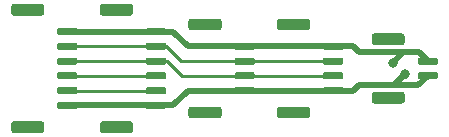
<source format=gtl>
G04 #@! TF.GenerationSoftware,KiCad,Pcbnew,(5.1.5)-3*
G04 #@! TF.CreationDate,2021-10-17T15:32:45-07:00*
G04 #@! TF.ProjectId,uav_gps_i2c_breakout,7561765f-6770-4735-9f69-32635f627265,rev?*
G04 #@! TF.SameCoordinates,Original*
G04 #@! TF.FileFunction,Copper,L1,Top*
G04 #@! TF.FilePolarity,Positive*
%FSLAX46Y46*%
G04 Gerber Fmt 4.6, Leading zero omitted, Abs format (unit mm)*
G04 Created by KiCad (PCBNEW (5.1.5)-3) date 2021-10-17 15:32:45*
%MOMM*%
%LPD*%
G04 APERTURE LIST*
%ADD10C,0.100000*%
%ADD11C,0.800000*%
%ADD12C,0.500000*%
%ADD13C,0.250000*%
G04 APERTURE END LIST*
G04 #@! TA.AperFunction,SMDPad,CuDef*
D10*
G36*
X186774504Y-69526204D02*
G01*
X186798773Y-69529804D01*
X186822571Y-69535765D01*
X186845671Y-69544030D01*
X186867849Y-69554520D01*
X186888893Y-69567133D01*
X186908598Y-69581747D01*
X186926777Y-69598223D01*
X186943253Y-69616402D01*
X186957867Y-69636107D01*
X186970480Y-69657151D01*
X186980970Y-69679329D01*
X186989235Y-69702429D01*
X186995196Y-69726227D01*
X186998796Y-69750496D01*
X187000000Y-69775000D01*
X187000000Y-70275000D01*
X186998796Y-70299504D01*
X186995196Y-70323773D01*
X186989235Y-70347571D01*
X186980970Y-70370671D01*
X186970480Y-70392849D01*
X186957867Y-70413893D01*
X186943253Y-70433598D01*
X186926777Y-70451777D01*
X186908598Y-70468253D01*
X186888893Y-70482867D01*
X186867849Y-70495480D01*
X186845671Y-70505970D01*
X186822571Y-70514235D01*
X186798773Y-70520196D01*
X186774504Y-70523796D01*
X186750000Y-70525000D01*
X184450000Y-70525000D01*
X184425496Y-70523796D01*
X184401227Y-70520196D01*
X184377429Y-70514235D01*
X184354329Y-70505970D01*
X184332151Y-70495480D01*
X184311107Y-70482867D01*
X184291402Y-70468253D01*
X184273223Y-70451777D01*
X184256747Y-70433598D01*
X184242133Y-70413893D01*
X184229520Y-70392849D01*
X184219030Y-70370671D01*
X184210765Y-70347571D01*
X184204804Y-70323773D01*
X184201204Y-70299504D01*
X184200000Y-70275000D01*
X184200000Y-69775000D01*
X184201204Y-69750496D01*
X184204804Y-69726227D01*
X184210765Y-69702429D01*
X184219030Y-69679329D01*
X184229520Y-69657151D01*
X184242133Y-69636107D01*
X184256747Y-69616402D01*
X184273223Y-69598223D01*
X184291402Y-69581747D01*
X184311107Y-69567133D01*
X184332151Y-69554520D01*
X184354329Y-69544030D01*
X184377429Y-69535765D01*
X184401227Y-69529804D01*
X184425496Y-69526204D01*
X184450000Y-69525000D01*
X186750000Y-69525000D01*
X186774504Y-69526204D01*
G37*
G04 #@! TD.AperFunction*
G04 #@! TA.AperFunction,SMDPad,CuDef*
G36*
X186774504Y-79476204D02*
G01*
X186798773Y-79479804D01*
X186822571Y-79485765D01*
X186845671Y-79494030D01*
X186867849Y-79504520D01*
X186888893Y-79517133D01*
X186908598Y-79531747D01*
X186926777Y-79548223D01*
X186943253Y-79566402D01*
X186957867Y-79586107D01*
X186970480Y-79607151D01*
X186980970Y-79629329D01*
X186989235Y-79652429D01*
X186995196Y-79676227D01*
X186998796Y-79700496D01*
X187000000Y-79725000D01*
X187000000Y-80225000D01*
X186998796Y-80249504D01*
X186995196Y-80273773D01*
X186989235Y-80297571D01*
X186980970Y-80320671D01*
X186970480Y-80342849D01*
X186957867Y-80363893D01*
X186943253Y-80383598D01*
X186926777Y-80401777D01*
X186908598Y-80418253D01*
X186888893Y-80432867D01*
X186867849Y-80445480D01*
X186845671Y-80455970D01*
X186822571Y-80464235D01*
X186798773Y-80470196D01*
X186774504Y-80473796D01*
X186750000Y-80475000D01*
X184450000Y-80475000D01*
X184425496Y-80473796D01*
X184401227Y-80470196D01*
X184377429Y-80464235D01*
X184354329Y-80455970D01*
X184332151Y-80445480D01*
X184311107Y-80432867D01*
X184291402Y-80418253D01*
X184273223Y-80401777D01*
X184256747Y-80383598D01*
X184242133Y-80363893D01*
X184229520Y-80342849D01*
X184219030Y-80320671D01*
X184210765Y-80297571D01*
X184204804Y-80273773D01*
X184201204Y-80249504D01*
X184200000Y-80225000D01*
X184200000Y-79725000D01*
X184201204Y-79700496D01*
X184204804Y-79676227D01*
X184210765Y-79652429D01*
X184219030Y-79629329D01*
X184229520Y-79607151D01*
X184242133Y-79586107D01*
X184256747Y-79566402D01*
X184273223Y-79548223D01*
X184291402Y-79531747D01*
X184311107Y-79517133D01*
X184332151Y-79504520D01*
X184354329Y-79494030D01*
X184377429Y-79485765D01*
X184401227Y-79479804D01*
X184425496Y-79476204D01*
X184450000Y-79475000D01*
X186750000Y-79475000D01*
X186774504Y-79476204D01*
G37*
G04 #@! TD.AperFunction*
G04 #@! TA.AperFunction,SMDPad,CuDef*
G36*
X189664703Y-71575722D02*
G01*
X189679264Y-71577882D01*
X189693543Y-71581459D01*
X189707403Y-71586418D01*
X189720710Y-71592712D01*
X189733336Y-71600280D01*
X189745159Y-71609048D01*
X189756066Y-71618934D01*
X189765952Y-71629841D01*
X189774720Y-71641664D01*
X189782288Y-71654290D01*
X189788582Y-71667597D01*
X189793541Y-71681457D01*
X189797118Y-71695736D01*
X189799278Y-71710297D01*
X189800000Y-71725000D01*
X189800000Y-72025000D01*
X189799278Y-72039703D01*
X189797118Y-72054264D01*
X189793541Y-72068543D01*
X189788582Y-72082403D01*
X189782288Y-72095710D01*
X189774720Y-72108336D01*
X189765952Y-72120159D01*
X189756066Y-72131066D01*
X189745159Y-72140952D01*
X189733336Y-72149720D01*
X189720710Y-72157288D01*
X189707403Y-72163582D01*
X189693543Y-72168541D01*
X189679264Y-72172118D01*
X189664703Y-72174278D01*
X189650000Y-72175000D01*
X188250000Y-72175000D01*
X188235297Y-72174278D01*
X188220736Y-72172118D01*
X188206457Y-72168541D01*
X188192597Y-72163582D01*
X188179290Y-72157288D01*
X188166664Y-72149720D01*
X188154841Y-72140952D01*
X188143934Y-72131066D01*
X188134048Y-72120159D01*
X188125280Y-72108336D01*
X188117712Y-72095710D01*
X188111418Y-72082403D01*
X188106459Y-72068543D01*
X188102882Y-72054264D01*
X188100722Y-72039703D01*
X188100000Y-72025000D01*
X188100000Y-71725000D01*
X188100722Y-71710297D01*
X188102882Y-71695736D01*
X188106459Y-71681457D01*
X188111418Y-71667597D01*
X188117712Y-71654290D01*
X188125280Y-71641664D01*
X188134048Y-71629841D01*
X188143934Y-71618934D01*
X188154841Y-71609048D01*
X188166664Y-71600280D01*
X188179290Y-71592712D01*
X188192597Y-71586418D01*
X188206457Y-71581459D01*
X188220736Y-71577882D01*
X188235297Y-71575722D01*
X188250000Y-71575000D01*
X189650000Y-71575000D01*
X189664703Y-71575722D01*
G37*
G04 #@! TD.AperFunction*
G04 #@! TA.AperFunction,SMDPad,CuDef*
G36*
X189664703Y-72825722D02*
G01*
X189679264Y-72827882D01*
X189693543Y-72831459D01*
X189707403Y-72836418D01*
X189720710Y-72842712D01*
X189733336Y-72850280D01*
X189745159Y-72859048D01*
X189756066Y-72868934D01*
X189765952Y-72879841D01*
X189774720Y-72891664D01*
X189782288Y-72904290D01*
X189788582Y-72917597D01*
X189793541Y-72931457D01*
X189797118Y-72945736D01*
X189799278Y-72960297D01*
X189800000Y-72975000D01*
X189800000Y-73275000D01*
X189799278Y-73289703D01*
X189797118Y-73304264D01*
X189793541Y-73318543D01*
X189788582Y-73332403D01*
X189782288Y-73345710D01*
X189774720Y-73358336D01*
X189765952Y-73370159D01*
X189756066Y-73381066D01*
X189745159Y-73390952D01*
X189733336Y-73399720D01*
X189720710Y-73407288D01*
X189707403Y-73413582D01*
X189693543Y-73418541D01*
X189679264Y-73422118D01*
X189664703Y-73424278D01*
X189650000Y-73425000D01*
X188250000Y-73425000D01*
X188235297Y-73424278D01*
X188220736Y-73422118D01*
X188206457Y-73418541D01*
X188192597Y-73413582D01*
X188179290Y-73407288D01*
X188166664Y-73399720D01*
X188154841Y-73390952D01*
X188143934Y-73381066D01*
X188134048Y-73370159D01*
X188125280Y-73358336D01*
X188117712Y-73345710D01*
X188111418Y-73332403D01*
X188106459Y-73318543D01*
X188102882Y-73304264D01*
X188100722Y-73289703D01*
X188100000Y-73275000D01*
X188100000Y-72975000D01*
X188100722Y-72960297D01*
X188102882Y-72945736D01*
X188106459Y-72931457D01*
X188111418Y-72917597D01*
X188117712Y-72904290D01*
X188125280Y-72891664D01*
X188134048Y-72879841D01*
X188143934Y-72868934D01*
X188154841Y-72859048D01*
X188166664Y-72850280D01*
X188179290Y-72842712D01*
X188192597Y-72836418D01*
X188206457Y-72831459D01*
X188220736Y-72827882D01*
X188235297Y-72825722D01*
X188250000Y-72825000D01*
X189650000Y-72825000D01*
X189664703Y-72825722D01*
G37*
G04 #@! TD.AperFunction*
G04 #@! TA.AperFunction,SMDPad,CuDef*
G36*
X189664703Y-74075722D02*
G01*
X189679264Y-74077882D01*
X189693543Y-74081459D01*
X189707403Y-74086418D01*
X189720710Y-74092712D01*
X189733336Y-74100280D01*
X189745159Y-74109048D01*
X189756066Y-74118934D01*
X189765952Y-74129841D01*
X189774720Y-74141664D01*
X189782288Y-74154290D01*
X189788582Y-74167597D01*
X189793541Y-74181457D01*
X189797118Y-74195736D01*
X189799278Y-74210297D01*
X189800000Y-74225000D01*
X189800000Y-74525000D01*
X189799278Y-74539703D01*
X189797118Y-74554264D01*
X189793541Y-74568543D01*
X189788582Y-74582403D01*
X189782288Y-74595710D01*
X189774720Y-74608336D01*
X189765952Y-74620159D01*
X189756066Y-74631066D01*
X189745159Y-74640952D01*
X189733336Y-74649720D01*
X189720710Y-74657288D01*
X189707403Y-74663582D01*
X189693543Y-74668541D01*
X189679264Y-74672118D01*
X189664703Y-74674278D01*
X189650000Y-74675000D01*
X188250000Y-74675000D01*
X188235297Y-74674278D01*
X188220736Y-74672118D01*
X188206457Y-74668541D01*
X188192597Y-74663582D01*
X188179290Y-74657288D01*
X188166664Y-74649720D01*
X188154841Y-74640952D01*
X188143934Y-74631066D01*
X188134048Y-74620159D01*
X188125280Y-74608336D01*
X188117712Y-74595710D01*
X188111418Y-74582403D01*
X188106459Y-74568543D01*
X188102882Y-74554264D01*
X188100722Y-74539703D01*
X188100000Y-74525000D01*
X188100000Y-74225000D01*
X188100722Y-74210297D01*
X188102882Y-74195736D01*
X188106459Y-74181457D01*
X188111418Y-74167597D01*
X188117712Y-74154290D01*
X188125280Y-74141664D01*
X188134048Y-74129841D01*
X188143934Y-74118934D01*
X188154841Y-74109048D01*
X188166664Y-74100280D01*
X188179290Y-74092712D01*
X188192597Y-74086418D01*
X188206457Y-74081459D01*
X188220736Y-74077882D01*
X188235297Y-74075722D01*
X188250000Y-74075000D01*
X189650000Y-74075000D01*
X189664703Y-74075722D01*
G37*
G04 #@! TD.AperFunction*
G04 #@! TA.AperFunction,SMDPad,CuDef*
G36*
X189664703Y-75325722D02*
G01*
X189679264Y-75327882D01*
X189693543Y-75331459D01*
X189707403Y-75336418D01*
X189720710Y-75342712D01*
X189733336Y-75350280D01*
X189745159Y-75359048D01*
X189756066Y-75368934D01*
X189765952Y-75379841D01*
X189774720Y-75391664D01*
X189782288Y-75404290D01*
X189788582Y-75417597D01*
X189793541Y-75431457D01*
X189797118Y-75445736D01*
X189799278Y-75460297D01*
X189800000Y-75475000D01*
X189800000Y-75775000D01*
X189799278Y-75789703D01*
X189797118Y-75804264D01*
X189793541Y-75818543D01*
X189788582Y-75832403D01*
X189782288Y-75845710D01*
X189774720Y-75858336D01*
X189765952Y-75870159D01*
X189756066Y-75881066D01*
X189745159Y-75890952D01*
X189733336Y-75899720D01*
X189720710Y-75907288D01*
X189707403Y-75913582D01*
X189693543Y-75918541D01*
X189679264Y-75922118D01*
X189664703Y-75924278D01*
X189650000Y-75925000D01*
X188250000Y-75925000D01*
X188235297Y-75924278D01*
X188220736Y-75922118D01*
X188206457Y-75918541D01*
X188192597Y-75913582D01*
X188179290Y-75907288D01*
X188166664Y-75899720D01*
X188154841Y-75890952D01*
X188143934Y-75881066D01*
X188134048Y-75870159D01*
X188125280Y-75858336D01*
X188117712Y-75845710D01*
X188111418Y-75832403D01*
X188106459Y-75818543D01*
X188102882Y-75804264D01*
X188100722Y-75789703D01*
X188100000Y-75775000D01*
X188100000Y-75475000D01*
X188100722Y-75460297D01*
X188102882Y-75445736D01*
X188106459Y-75431457D01*
X188111418Y-75417597D01*
X188117712Y-75404290D01*
X188125280Y-75391664D01*
X188134048Y-75379841D01*
X188143934Y-75368934D01*
X188154841Y-75359048D01*
X188166664Y-75350280D01*
X188179290Y-75342712D01*
X188192597Y-75336418D01*
X188206457Y-75331459D01*
X188220736Y-75327882D01*
X188235297Y-75325722D01*
X188250000Y-75325000D01*
X189650000Y-75325000D01*
X189664703Y-75325722D01*
G37*
G04 #@! TD.AperFunction*
G04 #@! TA.AperFunction,SMDPad,CuDef*
G36*
X189664703Y-76575722D02*
G01*
X189679264Y-76577882D01*
X189693543Y-76581459D01*
X189707403Y-76586418D01*
X189720710Y-76592712D01*
X189733336Y-76600280D01*
X189745159Y-76609048D01*
X189756066Y-76618934D01*
X189765952Y-76629841D01*
X189774720Y-76641664D01*
X189782288Y-76654290D01*
X189788582Y-76667597D01*
X189793541Y-76681457D01*
X189797118Y-76695736D01*
X189799278Y-76710297D01*
X189800000Y-76725000D01*
X189800000Y-77025000D01*
X189799278Y-77039703D01*
X189797118Y-77054264D01*
X189793541Y-77068543D01*
X189788582Y-77082403D01*
X189782288Y-77095710D01*
X189774720Y-77108336D01*
X189765952Y-77120159D01*
X189756066Y-77131066D01*
X189745159Y-77140952D01*
X189733336Y-77149720D01*
X189720710Y-77157288D01*
X189707403Y-77163582D01*
X189693543Y-77168541D01*
X189679264Y-77172118D01*
X189664703Y-77174278D01*
X189650000Y-77175000D01*
X188250000Y-77175000D01*
X188235297Y-77174278D01*
X188220736Y-77172118D01*
X188206457Y-77168541D01*
X188192597Y-77163582D01*
X188179290Y-77157288D01*
X188166664Y-77149720D01*
X188154841Y-77140952D01*
X188143934Y-77131066D01*
X188134048Y-77120159D01*
X188125280Y-77108336D01*
X188117712Y-77095710D01*
X188111418Y-77082403D01*
X188106459Y-77068543D01*
X188102882Y-77054264D01*
X188100722Y-77039703D01*
X188100000Y-77025000D01*
X188100000Y-76725000D01*
X188100722Y-76710297D01*
X188102882Y-76695736D01*
X188106459Y-76681457D01*
X188111418Y-76667597D01*
X188117712Y-76654290D01*
X188125280Y-76641664D01*
X188134048Y-76629841D01*
X188143934Y-76618934D01*
X188154841Y-76609048D01*
X188166664Y-76600280D01*
X188179290Y-76592712D01*
X188192597Y-76586418D01*
X188206457Y-76581459D01*
X188220736Y-76577882D01*
X188235297Y-76575722D01*
X188250000Y-76575000D01*
X189650000Y-76575000D01*
X189664703Y-76575722D01*
G37*
G04 #@! TD.AperFunction*
G04 #@! TA.AperFunction,SMDPad,CuDef*
G36*
X189664703Y-77825722D02*
G01*
X189679264Y-77827882D01*
X189693543Y-77831459D01*
X189707403Y-77836418D01*
X189720710Y-77842712D01*
X189733336Y-77850280D01*
X189745159Y-77859048D01*
X189756066Y-77868934D01*
X189765952Y-77879841D01*
X189774720Y-77891664D01*
X189782288Y-77904290D01*
X189788582Y-77917597D01*
X189793541Y-77931457D01*
X189797118Y-77945736D01*
X189799278Y-77960297D01*
X189800000Y-77975000D01*
X189800000Y-78275000D01*
X189799278Y-78289703D01*
X189797118Y-78304264D01*
X189793541Y-78318543D01*
X189788582Y-78332403D01*
X189782288Y-78345710D01*
X189774720Y-78358336D01*
X189765952Y-78370159D01*
X189756066Y-78381066D01*
X189745159Y-78390952D01*
X189733336Y-78399720D01*
X189720710Y-78407288D01*
X189707403Y-78413582D01*
X189693543Y-78418541D01*
X189679264Y-78422118D01*
X189664703Y-78424278D01*
X189650000Y-78425000D01*
X188250000Y-78425000D01*
X188235297Y-78424278D01*
X188220736Y-78422118D01*
X188206457Y-78418541D01*
X188192597Y-78413582D01*
X188179290Y-78407288D01*
X188166664Y-78399720D01*
X188154841Y-78390952D01*
X188143934Y-78381066D01*
X188134048Y-78370159D01*
X188125280Y-78358336D01*
X188117712Y-78345710D01*
X188111418Y-78332403D01*
X188106459Y-78318543D01*
X188102882Y-78304264D01*
X188100722Y-78289703D01*
X188100000Y-78275000D01*
X188100000Y-77975000D01*
X188100722Y-77960297D01*
X188102882Y-77945736D01*
X188106459Y-77931457D01*
X188111418Y-77917597D01*
X188117712Y-77904290D01*
X188125280Y-77891664D01*
X188134048Y-77879841D01*
X188143934Y-77868934D01*
X188154841Y-77859048D01*
X188166664Y-77850280D01*
X188179290Y-77842712D01*
X188192597Y-77836418D01*
X188206457Y-77831459D01*
X188220736Y-77827882D01*
X188235297Y-77825722D01*
X188250000Y-77825000D01*
X189650000Y-77825000D01*
X189664703Y-77825722D01*
G37*
G04 #@! TD.AperFunction*
G04 #@! TA.AperFunction,SMDPad,CuDef*
G36*
X179274504Y-69526204D02*
G01*
X179298773Y-69529804D01*
X179322571Y-69535765D01*
X179345671Y-69544030D01*
X179367849Y-69554520D01*
X179388893Y-69567133D01*
X179408598Y-69581747D01*
X179426777Y-69598223D01*
X179443253Y-69616402D01*
X179457867Y-69636107D01*
X179470480Y-69657151D01*
X179480970Y-69679329D01*
X179489235Y-69702429D01*
X179495196Y-69726227D01*
X179498796Y-69750496D01*
X179500000Y-69775000D01*
X179500000Y-70275000D01*
X179498796Y-70299504D01*
X179495196Y-70323773D01*
X179489235Y-70347571D01*
X179480970Y-70370671D01*
X179470480Y-70392849D01*
X179457867Y-70413893D01*
X179443253Y-70433598D01*
X179426777Y-70451777D01*
X179408598Y-70468253D01*
X179388893Y-70482867D01*
X179367849Y-70495480D01*
X179345671Y-70505970D01*
X179322571Y-70514235D01*
X179298773Y-70520196D01*
X179274504Y-70523796D01*
X179250000Y-70525000D01*
X176950000Y-70525000D01*
X176925496Y-70523796D01*
X176901227Y-70520196D01*
X176877429Y-70514235D01*
X176854329Y-70505970D01*
X176832151Y-70495480D01*
X176811107Y-70482867D01*
X176791402Y-70468253D01*
X176773223Y-70451777D01*
X176756747Y-70433598D01*
X176742133Y-70413893D01*
X176729520Y-70392849D01*
X176719030Y-70370671D01*
X176710765Y-70347571D01*
X176704804Y-70323773D01*
X176701204Y-70299504D01*
X176700000Y-70275000D01*
X176700000Y-69775000D01*
X176701204Y-69750496D01*
X176704804Y-69726227D01*
X176710765Y-69702429D01*
X176719030Y-69679329D01*
X176729520Y-69657151D01*
X176742133Y-69636107D01*
X176756747Y-69616402D01*
X176773223Y-69598223D01*
X176791402Y-69581747D01*
X176811107Y-69567133D01*
X176832151Y-69554520D01*
X176854329Y-69544030D01*
X176877429Y-69535765D01*
X176901227Y-69529804D01*
X176925496Y-69526204D01*
X176950000Y-69525000D01*
X179250000Y-69525000D01*
X179274504Y-69526204D01*
G37*
G04 #@! TD.AperFunction*
G04 #@! TA.AperFunction,SMDPad,CuDef*
G36*
X179274504Y-79476204D02*
G01*
X179298773Y-79479804D01*
X179322571Y-79485765D01*
X179345671Y-79494030D01*
X179367849Y-79504520D01*
X179388893Y-79517133D01*
X179408598Y-79531747D01*
X179426777Y-79548223D01*
X179443253Y-79566402D01*
X179457867Y-79586107D01*
X179470480Y-79607151D01*
X179480970Y-79629329D01*
X179489235Y-79652429D01*
X179495196Y-79676227D01*
X179498796Y-79700496D01*
X179500000Y-79725000D01*
X179500000Y-80225000D01*
X179498796Y-80249504D01*
X179495196Y-80273773D01*
X179489235Y-80297571D01*
X179480970Y-80320671D01*
X179470480Y-80342849D01*
X179457867Y-80363893D01*
X179443253Y-80383598D01*
X179426777Y-80401777D01*
X179408598Y-80418253D01*
X179388893Y-80432867D01*
X179367849Y-80445480D01*
X179345671Y-80455970D01*
X179322571Y-80464235D01*
X179298773Y-80470196D01*
X179274504Y-80473796D01*
X179250000Y-80475000D01*
X176950000Y-80475000D01*
X176925496Y-80473796D01*
X176901227Y-80470196D01*
X176877429Y-80464235D01*
X176854329Y-80455970D01*
X176832151Y-80445480D01*
X176811107Y-80432867D01*
X176791402Y-80418253D01*
X176773223Y-80401777D01*
X176756747Y-80383598D01*
X176742133Y-80363893D01*
X176729520Y-80342849D01*
X176719030Y-80320671D01*
X176710765Y-80297571D01*
X176704804Y-80273773D01*
X176701204Y-80249504D01*
X176700000Y-80225000D01*
X176700000Y-79725000D01*
X176701204Y-79700496D01*
X176704804Y-79676227D01*
X176710765Y-79652429D01*
X176719030Y-79629329D01*
X176729520Y-79607151D01*
X176742133Y-79586107D01*
X176756747Y-79566402D01*
X176773223Y-79548223D01*
X176791402Y-79531747D01*
X176811107Y-79517133D01*
X176832151Y-79504520D01*
X176854329Y-79494030D01*
X176877429Y-79485765D01*
X176901227Y-79479804D01*
X176925496Y-79476204D01*
X176950000Y-79475000D01*
X179250000Y-79475000D01*
X179274504Y-79476204D01*
G37*
G04 #@! TD.AperFunction*
G04 #@! TA.AperFunction,SMDPad,CuDef*
G36*
X182164703Y-71575722D02*
G01*
X182179264Y-71577882D01*
X182193543Y-71581459D01*
X182207403Y-71586418D01*
X182220710Y-71592712D01*
X182233336Y-71600280D01*
X182245159Y-71609048D01*
X182256066Y-71618934D01*
X182265952Y-71629841D01*
X182274720Y-71641664D01*
X182282288Y-71654290D01*
X182288582Y-71667597D01*
X182293541Y-71681457D01*
X182297118Y-71695736D01*
X182299278Y-71710297D01*
X182300000Y-71725000D01*
X182300000Y-72025000D01*
X182299278Y-72039703D01*
X182297118Y-72054264D01*
X182293541Y-72068543D01*
X182288582Y-72082403D01*
X182282288Y-72095710D01*
X182274720Y-72108336D01*
X182265952Y-72120159D01*
X182256066Y-72131066D01*
X182245159Y-72140952D01*
X182233336Y-72149720D01*
X182220710Y-72157288D01*
X182207403Y-72163582D01*
X182193543Y-72168541D01*
X182179264Y-72172118D01*
X182164703Y-72174278D01*
X182150000Y-72175000D01*
X180750000Y-72175000D01*
X180735297Y-72174278D01*
X180720736Y-72172118D01*
X180706457Y-72168541D01*
X180692597Y-72163582D01*
X180679290Y-72157288D01*
X180666664Y-72149720D01*
X180654841Y-72140952D01*
X180643934Y-72131066D01*
X180634048Y-72120159D01*
X180625280Y-72108336D01*
X180617712Y-72095710D01*
X180611418Y-72082403D01*
X180606459Y-72068543D01*
X180602882Y-72054264D01*
X180600722Y-72039703D01*
X180600000Y-72025000D01*
X180600000Y-71725000D01*
X180600722Y-71710297D01*
X180602882Y-71695736D01*
X180606459Y-71681457D01*
X180611418Y-71667597D01*
X180617712Y-71654290D01*
X180625280Y-71641664D01*
X180634048Y-71629841D01*
X180643934Y-71618934D01*
X180654841Y-71609048D01*
X180666664Y-71600280D01*
X180679290Y-71592712D01*
X180692597Y-71586418D01*
X180706457Y-71581459D01*
X180720736Y-71577882D01*
X180735297Y-71575722D01*
X180750000Y-71575000D01*
X182150000Y-71575000D01*
X182164703Y-71575722D01*
G37*
G04 #@! TD.AperFunction*
G04 #@! TA.AperFunction,SMDPad,CuDef*
G36*
X182164703Y-72825722D02*
G01*
X182179264Y-72827882D01*
X182193543Y-72831459D01*
X182207403Y-72836418D01*
X182220710Y-72842712D01*
X182233336Y-72850280D01*
X182245159Y-72859048D01*
X182256066Y-72868934D01*
X182265952Y-72879841D01*
X182274720Y-72891664D01*
X182282288Y-72904290D01*
X182288582Y-72917597D01*
X182293541Y-72931457D01*
X182297118Y-72945736D01*
X182299278Y-72960297D01*
X182300000Y-72975000D01*
X182300000Y-73275000D01*
X182299278Y-73289703D01*
X182297118Y-73304264D01*
X182293541Y-73318543D01*
X182288582Y-73332403D01*
X182282288Y-73345710D01*
X182274720Y-73358336D01*
X182265952Y-73370159D01*
X182256066Y-73381066D01*
X182245159Y-73390952D01*
X182233336Y-73399720D01*
X182220710Y-73407288D01*
X182207403Y-73413582D01*
X182193543Y-73418541D01*
X182179264Y-73422118D01*
X182164703Y-73424278D01*
X182150000Y-73425000D01*
X180750000Y-73425000D01*
X180735297Y-73424278D01*
X180720736Y-73422118D01*
X180706457Y-73418541D01*
X180692597Y-73413582D01*
X180679290Y-73407288D01*
X180666664Y-73399720D01*
X180654841Y-73390952D01*
X180643934Y-73381066D01*
X180634048Y-73370159D01*
X180625280Y-73358336D01*
X180617712Y-73345710D01*
X180611418Y-73332403D01*
X180606459Y-73318543D01*
X180602882Y-73304264D01*
X180600722Y-73289703D01*
X180600000Y-73275000D01*
X180600000Y-72975000D01*
X180600722Y-72960297D01*
X180602882Y-72945736D01*
X180606459Y-72931457D01*
X180611418Y-72917597D01*
X180617712Y-72904290D01*
X180625280Y-72891664D01*
X180634048Y-72879841D01*
X180643934Y-72868934D01*
X180654841Y-72859048D01*
X180666664Y-72850280D01*
X180679290Y-72842712D01*
X180692597Y-72836418D01*
X180706457Y-72831459D01*
X180720736Y-72827882D01*
X180735297Y-72825722D01*
X180750000Y-72825000D01*
X182150000Y-72825000D01*
X182164703Y-72825722D01*
G37*
G04 #@! TD.AperFunction*
G04 #@! TA.AperFunction,SMDPad,CuDef*
G36*
X182164703Y-74075722D02*
G01*
X182179264Y-74077882D01*
X182193543Y-74081459D01*
X182207403Y-74086418D01*
X182220710Y-74092712D01*
X182233336Y-74100280D01*
X182245159Y-74109048D01*
X182256066Y-74118934D01*
X182265952Y-74129841D01*
X182274720Y-74141664D01*
X182282288Y-74154290D01*
X182288582Y-74167597D01*
X182293541Y-74181457D01*
X182297118Y-74195736D01*
X182299278Y-74210297D01*
X182300000Y-74225000D01*
X182300000Y-74525000D01*
X182299278Y-74539703D01*
X182297118Y-74554264D01*
X182293541Y-74568543D01*
X182288582Y-74582403D01*
X182282288Y-74595710D01*
X182274720Y-74608336D01*
X182265952Y-74620159D01*
X182256066Y-74631066D01*
X182245159Y-74640952D01*
X182233336Y-74649720D01*
X182220710Y-74657288D01*
X182207403Y-74663582D01*
X182193543Y-74668541D01*
X182179264Y-74672118D01*
X182164703Y-74674278D01*
X182150000Y-74675000D01*
X180750000Y-74675000D01*
X180735297Y-74674278D01*
X180720736Y-74672118D01*
X180706457Y-74668541D01*
X180692597Y-74663582D01*
X180679290Y-74657288D01*
X180666664Y-74649720D01*
X180654841Y-74640952D01*
X180643934Y-74631066D01*
X180634048Y-74620159D01*
X180625280Y-74608336D01*
X180617712Y-74595710D01*
X180611418Y-74582403D01*
X180606459Y-74568543D01*
X180602882Y-74554264D01*
X180600722Y-74539703D01*
X180600000Y-74525000D01*
X180600000Y-74225000D01*
X180600722Y-74210297D01*
X180602882Y-74195736D01*
X180606459Y-74181457D01*
X180611418Y-74167597D01*
X180617712Y-74154290D01*
X180625280Y-74141664D01*
X180634048Y-74129841D01*
X180643934Y-74118934D01*
X180654841Y-74109048D01*
X180666664Y-74100280D01*
X180679290Y-74092712D01*
X180692597Y-74086418D01*
X180706457Y-74081459D01*
X180720736Y-74077882D01*
X180735297Y-74075722D01*
X180750000Y-74075000D01*
X182150000Y-74075000D01*
X182164703Y-74075722D01*
G37*
G04 #@! TD.AperFunction*
G04 #@! TA.AperFunction,SMDPad,CuDef*
G36*
X182164703Y-75325722D02*
G01*
X182179264Y-75327882D01*
X182193543Y-75331459D01*
X182207403Y-75336418D01*
X182220710Y-75342712D01*
X182233336Y-75350280D01*
X182245159Y-75359048D01*
X182256066Y-75368934D01*
X182265952Y-75379841D01*
X182274720Y-75391664D01*
X182282288Y-75404290D01*
X182288582Y-75417597D01*
X182293541Y-75431457D01*
X182297118Y-75445736D01*
X182299278Y-75460297D01*
X182300000Y-75475000D01*
X182300000Y-75775000D01*
X182299278Y-75789703D01*
X182297118Y-75804264D01*
X182293541Y-75818543D01*
X182288582Y-75832403D01*
X182282288Y-75845710D01*
X182274720Y-75858336D01*
X182265952Y-75870159D01*
X182256066Y-75881066D01*
X182245159Y-75890952D01*
X182233336Y-75899720D01*
X182220710Y-75907288D01*
X182207403Y-75913582D01*
X182193543Y-75918541D01*
X182179264Y-75922118D01*
X182164703Y-75924278D01*
X182150000Y-75925000D01*
X180750000Y-75925000D01*
X180735297Y-75924278D01*
X180720736Y-75922118D01*
X180706457Y-75918541D01*
X180692597Y-75913582D01*
X180679290Y-75907288D01*
X180666664Y-75899720D01*
X180654841Y-75890952D01*
X180643934Y-75881066D01*
X180634048Y-75870159D01*
X180625280Y-75858336D01*
X180617712Y-75845710D01*
X180611418Y-75832403D01*
X180606459Y-75818543D01*
X180602882Y-75804264D01*
X180600722Y-75789703D01*
X180600000Y-75775000D01*
X180600000Y-75475000D01*
X180600722Y-75460297D01*
X180602882Y-75445736D01*
X180606459Y-75431457D01*
X180611418Y-75417597D01*
X180617712Y-75404290D01*
X180625280Y-75391664D01*
X180634048Y-75379841D01*
X180643934Y-75368934D01*
X180654841Y-75359048D01*
X180666664Y-75350280D01*
X180679290Y-75342712D01*
X180692597Y-75336418D01*
X180706457Y-75331459D01*
X180720736Y-75327882D01*
X180735297Y-75325722D01*
X180750000Y-75325000D01*
X182150000Y-75325000D01*
X182164703Y-75325722D01*
G37*
G04 #@! TD.AperFunction*
G04 #@! TA.AperFunction,SMDPad,CuDef*
G36*
X182164703Y-76575722D02*
G01*
X182179264Y-76577882D01*
X182193543Y-76581459D01*
X182207403Y-76586418D01*
X182220710Y-76592712D01*
X182233336Y-76600280D01*
X182245159Y-76609048D01*
X182256066Y-76618934D01*
X182265952Y-76629841D01*
X182274720Y-76641664D01*
X182282288Y-76654290D01*
X182288582Y-76667597D01*
X182293541Y-76681457D01*
X182297118Y-76695736D01*
X182299278Y-76710297D01*
X182300000Y-76725000D01*
X182300000Y-77025000D01*
X182299278Y-77039703D01*
X182297118Y-77054264D01*
X182293541Y-77068543D01*
X182288582Y-77082403D01*
X182282288Y-77095710D01*
X182274720Y-77108336D01*
X182265952Y-77120159D01*
X182256066Y-77131066D01*
X182245159Y-77140952D01*
X182233336Y-77149720D01*
X182220710Y-77157288D01*
X182207403Y-77163582D01*
X182193543Y-77168541D01*
X182179264Y-77172118D01*
X182164703Y-77174278D01*
X182150000Y-77175000D01*
X180750000Y-77175000D01*
X180735297Y-77174278D01*
X180720736Y-77172118D01*
X180706457Y-77168541D01*
X180692597Y-77163582D01*
X180679290Y-77157288D01*
X180666664Y-77149720D01*
X180654841Y-77140952D01*
X180643934Y-77131066D01*
X180634048Y-77120159D01*
X180625280Y-77108336D01*
X180617712Y-77095710D01*
X180611418Y-77082403D01*
X180606459Y-77068543D01*
X180602882Y-77054264D01*
X180600722Y-77039703D01*
X180600000Y-77025000D01*
X180600000Y-76725000D01*
X180600722Y-76710297D01*
X180602882Y-76695736D01*
X180606459Y-76681457D01*
X180611418Y-76667597D01*
X180617712Y-76654290D01*
X180625280Y-76641664D01*
X180634048Y-76629841D01*
X180643934Y-76618934D01*
X180654841Y-76609048D01*
X180666664Y-76600280D01*
X180679290Y-76592712D01*
X180692597Y-76586418D01*
X180706457Y-76581459D01*
X180720736Y-76577882D01*
X180735297Y-76575722D01*
X180750000Y-76575000D01*
X182150000Y-76575000D01*
X182164703Y-76575722D01*
G37*
G04 #@! TD.AperFunction*
G04 #@! TA.AperFunction,SMDPad,CuDef*
G36*
X182164703Y-77825722D02*
G01*
X182179264Y-77827882D01*
X182193543Y-77831459D01*
X182207403Y-77836418D01*
X182220710Y-77842712D01*
X182233336Y-77850280D01*
X182245159Y-77859048D01*
X182256066Y-77868934D01*
X182265952Y-77879841D01*
X182274720Y-77891664D01*
X182282288Y-77904290D01*
X182288582Y-77917597D01*
X182293541Y-77931457D01*
X182297118Y-77945736D01*
X182299278Y-77960297D01*
X182300000Y-77975000D01*
X182300000Y-78275000D01*
X182299278Y-78289703D01*
X182297118Y-78304264D01*
X182293541Y-78318543D01*
X182288582Y-78332403D01*
X182282288Y-78345710D01*
X182274720Y-78358336D01*
X182265952Y-78370159D01*
X182256066Y-78381066D01*
X182245159Y-78390952D01*
X182233336Y-78399720D01*
X182220710Y-78407288D01*
X182207403Y-78413582D01*
X182193543Y-78418541D01*
X182179264Y-78422118D01*
X182164703Y-78424278D01*
X182150000Y-78425000D01*
X180750000Y-78425000D01*
X180735297Y-78424278D01*
X180720736Y-78422118D01*
X180706457Y-78418541D01*
X180692597Y-78413582D01*
X180679290Y-78407288D01*
X180666664Y-78399720D01*
X180654841Y-78390952D01*
X180643934Y-78381066D01*
X180634048Y-78370159D01*
X180625280Y-78358336D01*
X180617712Y-78345710D01*
X180611418Y-78332403D01*
X180606459Y-78318543D01*
X180602882Y-78304264D01*
X180600722Y-78289703D01*
X180600000Y-78275000D01*
X180600000Y-77975000D01*
X180600722Y-77960297D01*
X180602882Y-77945736D01*
X180606459Y-77931457D01*
X180611418Y-77917597D01*
X180617712Y-77904290D01*
X180625280Y-77891664D01*
X180634048Y-77879841D01*
X180643934Y-77868934D01*
X180654841Y-77859048D01*
X180666664Y-77850280D01*
X180679290Y-77842712D01*
X180692597Y-77836418D01*
X180706457Y-77831459D01*
X180720736Y-77827882D01*
X180735297Y-77825722D01*
X180750000Y-77825000D01*
X182150000Y-77825000D01*
X182164703Y-77825722D01*
G37*
G04 #@! TD.AperFunction*
G04 #@! TA.AperFunction,SMDPad,CuDef*
G36*
X201774504Y-70776204D02*
G01*
X201798773Y-70779804D01*
X201822571Y-70785765D01*
X201845671Y-70794030D01*
X201867849Y-70804520D01*
X201888893Y-70817133D01*
X201908598Y-70831747D01*
X201926777Y-70848223D01*
X201943253Y-70866402D01*
X201957867Y-70886107D01*
X201970480Y-70907151D01*
X201980970Y-70929329D01*
X201989235Y-70952429D01*
X201995196Y-70976227D01*
X201998796Y-71000496D01*
X202000000Y-71025000D01*
X202000000Y-71525000D01*
X201998796Y-71549504D01*
X201995196Y-71573773D01*
X201989235Y-71597571D01*
X201980970Y-71620671D01*
X201970480Y-71642849D01*
X201957867Y-71663893D01*
X201943253Y-71683598D01*
X201926777Y-71701777D01*
X201908598Y-71718253D01*
X201888893Y-71732867D01*
X201867849Y-71745480D01*
X201845671Y-71755970D01*
X201822571Y-71764235D01*
X201798773Y-71770196D01*
X201774504Y-71773796D01*
X201750000Y-71775000D01*
X199450000Y-71775000D01*
X199425496Y-71773796D01*
X199401227Y-71770196D01*
X199377429Y-71764235D01*
X199354329Y-71755970D01*
X199332151Y-71745480D01*
X199311107Y-71732867D01*
X199291402Y-71718253D01*
X199273223Y-71701777D01*
X199256747Y-71683598D01*
X199242133Y-71663893D01*
X199229520Y-71642849D01*
X199219030Y-71620671D01*
X199210765Y-71597571D01*
X199204804Y-71573773D01*
X199201204Y-71549504D01*
X199200000Y-71525000D01*
X199200000Y-71025000D01*
X199201204Y-71000496D01*
X199204804Y-70976227D01*
X199210765Y-70952429D01*
X199219030Y-70929329D01*
X199229520Y-70907151D01*
X199242133Y-70886107D01*
X199256747Y-70866402D01*
X199273223Y-70848223D01*
X199291402Y-70831747D01*
X199311107Y-70817133D01*
X199332151Y-70804520D01*
X199354329Y-70794030D01*
X199377429Y-70785765D01*
X199401227Y-70779804D01*
X199425496Y-70776204D01*
X199450000Y-70775000D01*
X201750000Y-70775000D01*
X201774504Y-70776204D01*
G37*
G04 #@! TD.AperFunction*
G04 #@! TA.AperFunction,SMDPad,CuDef*
G36*
X201774504Y-78226204D02*
G01*
X201798773Y-78229804D01*
X201822571Y-78235765D01*
X201845671Y-78244030D01*
X201867849Y-78254520D01*
X201888893Y-78267133D01*
X201908598Y-78281747D01*
X201926777Y-78298223D01*
X201943253Y-78316402D01*
X201957867Y-78336107D01*
X201970480Y-78357151D01*
X201980970Y-78379329D01*
X201989235Y-78402429D01*
X201995196Y-78426227D01*
X201998796Y-78450496D01*
X202000000Y-78475000D01*
X202000000Y-78975000D01*
X201998796Y-78999504D01*
X201995196Y-79023773D01*
X201989235Y-79047571D01*
X201980970Y-79070671D01*
X201970480Y-79092849D01*
X201957867Y-79113893D01*
X201943253Y-79133598D01*
X201926777Y-79151777D01*
X201908598Y-79168253D01*
X201888893Y-79182867D01*
X201867849Y-79195480D01*
X201845671Y-79205970D01*
X201822571Y-79214235D01*
X201798773Y-79220196D01*
X201774504Y-79223796D01*
X201750000Y-79225000D01*
X199450000Y-79225000D01*
X199425496Y-79223796D01*
X199401227Y-79220196D01*
X199377429Y-79214235D01*
X199354329Y-79205970D01*
X199332151Y-79195480D01*
X199311107Y-79182867D01*
X199291402Y-79168253D01*
X199273223Y-79151777D01*
X199256747Y-79133598D01*
X199242133Y-79113893D01*
X199229520Y-79092849D01*
X199219030Y-79070671D01*
X199210765Y-79047571D01*
X199204804Y-79023773D01*
X199201204Y-78999504D01*
X199200000Y-78975000D01*
X199200000Y-78475000D01*
X199201204Y-78450496D01*
X199204804Y-78426227D01*
X199210765Y-78402429D01*
X199219030Y-78379329D01*
X199229520Y-78357151D01*
X199242133Y-78336107D01*
X199256747Y-78316402D01*
X199273223Y-78298223D01*
X199291402Y-78281747D01*
X199311107Y-78267133D01*
X199332151Y-78254520D01*
X199354329Y-78244030D01*
X199377429Y-78235765D01*
X199401227Y-78229804D01*
X199425496Y-78226204D01*
X199450000Y-78225000D01*
X201750000Y-78225000D01*
X201774504Y-78226204D01*
G37*
G04 #@! TD.AperFunction*
G04 #@! TA.AperFunction,SMDPad,CuDef*
G36*
X204664703Y-72825722D02*
G01*
X204679264Y-72827882D01*
X204693543Y-72831459D01*
X204707403Y-72836418D01*
X204720710Y-72842712D01*
X204733336Y-72850280D01*
X204745159Y-72859048D01*
X204756066Y-72868934D01*
X204765952Y-72879841D01*
X204774720Y-72891664D01*
X204782288Y-72904290D01*
X204788582Y-72917597D01*
X204793541Y-72931457D01*
X204797118Y-72945736D01*
X204799278Y-72960297D01*
X204800000Y-72975000D01*
X204800000Y-73275000D01*
X204799278Y-73289703D01*
X204797118Y-73304264D01*
X204793541Y-73318543D01*
X204788582Y-73332403D01*
X204782288Y-73345710D01*
X204774720Y-73358336D01*
X204765952Y-73370159D01*
X204756066Y-73381066D01*
X204745159Y-73390952D01*
X204733336Y-73399720D01*
X204720710Y-73407288D01*
X204707403Y-73413582D01*
X204693543Y-73418541D01*
X204679264Y-73422118D01*
X204664703Y-73424278D01*
X204650000Y-73425000D01*
X203250000Y-73425000D01*
X203235297Y-73424278D01*
X203220736Y-73422118D01*
X203206457Y-73418541D01*
X203192597Y-73413582D01*
X203179290Y-73407288D01*
X203166664Y-73399720D01*
X203154841Y-73390952D01*
X203143934Y-73381066D01*
X203134048Y-73370159D01*
X203125280Y-73358336D01*
X203117712Y-73345710D01*
X203111418Y-73332403D01*
X203106459Y-73318543D01*
X203102882Y-73304264D01*
X203100722Y-73289703D01*
X203100000Y-73275000D01*
X203100000Y-72975000D01*
X203100722Y-72960297D01*
X203102882Y-72945736D01*
X203106459Y-72931457D01*
X203111418Y-72917597D01*
X203117712Y-72904290D01*
X203125280Y-72891664D01*
X203134048Y-72879841D01*
X203143934Y-72868934D01*
X203154841Y-72859048D01*
X203166664Y-72850280D01*
X203179290Y-72842712D01*
X203192597Y-72836418D01*
X203206457Y-72831459D01*
X203220736Y-72827882D01*
X203235297Y-72825722D01*
X203250000Y-72825000D01*
X204650000Y-72825000D01*
X204664703Y-72825722D01*
G37*
G04 #@! TD.AperFunction*
G04 #@! TA.AperFunction,SMDPad,CuDef*
G36*
X204664703Y-74075722D02*
G01*
X204679264Y-74077882D01*
X204693543Y-74081459D01*
X204707403Y-74086418D01*
X204720710Y-74092712D01*
X204733336Y-74100280D01*
X204745159Y-74109048D01*
X204756066Y-74118934D01*
X204765952Y-74129841D01*
X204774720Y-74141664D01*
X204782288Y-74154290D01*
X204788582Y-74167597D01*
X204793541Y-74181457D01*
X204797118Y-74195736D01*
X204799278Y-74210297D01*
X204800000Y-74225000D01*
X204800000Y-74525000D01*
X204799278Y-74539703D01*
X204797118Y-74554264D01*
X204793541Y-74568543D01*
X204788582Y-74582403D01*
X204782288Y-74595710D01*
X204774720Y-74608336D01*
X204765952Y-74620159D01*
X204756066Y-74631066D01*
X204745159Y-74640952D01*
X204733336Y-74649720D01*
X204720710Y-74657288D01*
X204707403Y-74663582D01*
X204693543Y-74668541D01*
X204679264Y-74672118D01*
X204664703Y-74674278D01*
X204650000Y-74675000D01*
X203250000Y-74675000D01*
X203235297Y-74674278D01*
X203220736Y-74672118D01*
X203206457Y-74668541D01*
X203192597Y-74663582D01*
X203179290Y-74657288D01*
X203166664Y-74649720D01*
X203154841Y-74640952D01*
X203143934Y-74631066D01*
X203134048Y-74620159D01*
X203125280Y-74608336D01*
X203117712Y-74595710D01*
X203111418Y-74582403D01*
X203106459Y-74568543D01*
X203102882Y-74554264D01*
X203100722Y-74539703D01*
X203100000Y-74525000D01*
X203100000Y-74225000D01*
X203100722Y-74210297D01*
X203102882Y-74195736D01*
X203106459Y-74181457D01*
X203111418Y-74167597D01*
X203117712Y-74154290D01*
X203125280Y-74141664D01*
X203134048Y-74129841D01*
X203143934Y-74118934D01*
X203154841Y-74109048D01*
X203166664Y-74100280D01*
X203179290Y-74092712D01*
X203192597Y-74086418D01*
X203206457Y-74081459D01*
X203220736Y-74077882D01*
X203235297Y-74075722D01*
X203250000Y-74075000D01*
X204650000Y-74075000D01*
X204664703Y-74075722D01*
G37*
G04 #@! TD.AperFunction*
G04 #@! TA.AperFunction,SMDPad,CuDef*
G36*
X204664703Y-75325722D02*
G01*
X204679264Y-75327882D01*
X204693543Y-75331459D01*
X204707403Y-75336418D01*
X204720710Y-75342712D01*
X204733336Y-75350280D01*
X204745159Y-75359048D01*
X204756066Y-75368934D01*
X204765952Y-75379841D01*
X204774720Y-75391664D01*
X204782288Y-75404290D01*
X204788582Y-75417597D01*
X204793541Y-75431457D01*
X204797118Y-75445736D01*
X204799278Y-75460297D01*
X204800000Y-75475000D01*
X204800000Y-75775000D01*
X204799278Y-75789703D01*
X204797118Y-75804264D01*
X204793541Y-75818543D01*
X204788582Y-75832403D01*
X204782288Y-75845710D01*
X204774720Y-75858336D01*
X204765952Y-75870159D01*
X204756066Y-75881066D01*
X204745159Y-75890952D01*
X204733336Y-75899720D01*
X204720710Y-75907288D01*
X204707403Y-75913582D01*
X204693543Y-75918541D01*
X204679264Y-75922118D01*
X204664703Y-75924278D01*
X204650000Y-75925000D01*
X203250000Y-75925000D01*
X203235297Y-75924278D01*
X203220736Y-75922118D01*
X203206457Y-75918541D01*
X203192597Y-75913582D01*
X203179290Y-75907288D01*
X203166664Y-75899720D01*
X203154841Y-75890952D01*
X203143934Y-75881066D01*
X203134048Y-75870159D01*
X203125280Y-75858336D01*
X203117712Y-75845710D01*
X203111418Y-75832403D01*
X203106459Y-75818543D01*
X203102882Y-75804264D01*
X203100722Y-75789703D01*
X203100000Y-75775000D01*
X203100000Y-75475000D01*
X203100722Y-75460297D01*
X203102882Y-75445736D01*
X203106459Y-75431457D01*
X203111418Y-75417597D01*
X203117712Y-75404290D01*
X203125280Y-75391664D01*
X203134048Y-75379841D01*
X203143934Y-75368934D01*
X203154841Y-75359048D01*
X203166664Y-75350280D01*
X203179290Y-75342712D01*
X203192597Y-75336418D01*
X203206457Y-75331459D01*
X203220736Y-75327882D01*
X203235297Y-75325722D01*
X203250000Y-75325000D01*
X204650000Y-75325000D01*
X204664703Y-75325722D01*
G37*
G04 #@! TD.AperFunction*
G04 #@! TA.AperFunction,SMDPad,CuDef*
G36*
X204664703Y-76575722D02*
G01*
X204679264Y-76577882D01*
X204693543Y-76581459D01*
X204707403Y-76586418D01*
X204720710Y-76592712D01*
X204733336Y-76600280D01*
X204745159Y-76609048D01*
X204756066Y-76618934D01*
X204765952Y-76629841D01*
X204774720Y-76641664D01*
X204782288Y-76654290D01*
X204788582Y-76667597D01*
X204793541Y-76681457D01*
X204797118Y-76695736D01*
X204799278Y-76710297D01*
X204800000Y-76725000D01*
X204800000Y-77025000D01*
X204799278Y-77039703D01*
X204797118Y-77054264D01*
X204793541Y-77068543D01*
X204788582Y-77082403D01*
X204782288Y-77095710D01*
X204774720Y-77108336D01*
X204765952Y-77120159D01*
X204756066Y-77131066D01*
X204745159Y-77140952D01*
X204733336Y-77149720D01*
X204720710Y-77157288D01*
X204707403Y-77163582D01*
X204693543Y-77168541D01*
X204679264Y-77172118D01*
X204664703Y-77174278D01*
X204650000Y-77175000D01*
X203250000Y-77175000D01*
X203235297Y-77174278D01*
X203220736Y-77172118D01*
X203206457Y-77168541D01*
X203192597Y-77163582D01*
X203179290Y-77157288D01*
X203166664Y-77149720D01*
X203154841Y-77140952D01*
X203143934Y-77131066D01*
X203134048Y-77120159D01*
X203125280Y-77108336D01*
X203117712Y-77095710D01*
X203111418Y-77082403D01*
X203106459Y-77068543D01*
X203102882Y-77054264D01*
X203100722Y-77039703D01*
X203100000Y-77025000D01*
X203100000Y-76725000D01*
X203100722Y-76710297D01*
X203102882Y-76695736D01*
X203106459Y-76681457D01*
X203111418Y-76667597D01*
X203117712Y-76654290D01*
X203125280Y-76641664D01*
X203134048Y-76629841D01*
X203143934Y-76618934D01*
X203154841Y-76609048D01*
X203166664Y-76600280D01*
X203179290Y-76592712D01*
X203192597Y-76586418D01*
X203206457Y-76581459D01*
X203220736Y-76577882D01*
X203235297Y-76575722D01*
X203250000Y-76575000D01*
X204650000Y-76575000D01*
X204664703Y-76575722D01*
G37*
G04 #@! TD.AperFunction*
G04 #@! TA.AperFunction,SMDPad,CuDef*
G36*
X194274504Y-70776204D02*
G01*
X194298773Y-70779804D01*
X194322571Y-70785765D01*
X194345671Y-70794030D01*
X194367849Y-70804520D01*
X194388893Y-70817133D01*
X194408598Y-70831747D01*
X194426777Y-70848223D01*
X194443253Y-70866402D01*
X194457867Y-70886107D01*
X194470480Y-70907151D01*
X194480970Y-70929329D01*
X194489235Y-70952429D01*
X194495196Y-70976227D01*
X194498796Y-71000496D01*
X194500000Y-71025000D01*
X194500000Y-71525000D01*
X194498796Y-71549504D01*
X194495196Y-71573773D01*
X194489235Y-71597571D01*
X194480970Y-71620671D01*
X194470480Y-71642849D01*
X194457867Y-71663893D01*
X194443253Y-71683598D01*
X194426777Y-71701777D01*
X194408598Y-71718253D01*
X194388893Y-71732867D01*
X194367849Y-71745480D01*
X194345671Y-71755970D01*
X194322571Y-71764235D01*
X194298773Y-71770196D01*
X194274504Y-71773796D01*
X194250000Y-71775000D01*
X191950000Y-71775000D01*
X191925496Y-71773796D01*
X191901227Y-71770196D01*
X191877429Y-71764235D01*
X191854329Y-71755970D01*
X191832151Y-71745480D01*
X191811107Y-71732867D01*
X191791402Y-71718253D01*
X191773223Y-71701777D01*
X191756747Y-71683598D01*
X191742133Y-71663893D01*
X191729520Y-71642849D01*
X191719030Y-71620671D01*
X191710765Y-71597571D01*
X191704804Y-71573773D01*
X191701204Y-71549504D01*
X191700000Y-71525000D01*
X191700000Y-71025000D01*
X191701204Y-71000496D01*
X191704804Y-70976227D01*
X191710765Y-70952429D01*
X191719030Y-70929329D01*
X191729520Y-70907151D01*
X191742133Y-70886107D01*
X191756747Y-70866402D01*
X191773223Y-70848223D01*
X191791402Y-70831747D01*
X191811107Y-70817133D01*
X191832151Y-70804520D01*
X191854329Y-70794030D01*
X191877429Y-70785765D01*
X191901227Y-70779804D01*
X191925496Y-70776204D01*
X191950000Y-70775000D01*
X194250000Y-70775000D01*
X194274504Y-70776204D01*
G37*
G04 #@! TD.AperFunction*
G04 #@! TA.AperFunction,SMDPad,CuDef*
G36*
X194274504Y-78226204D02*
G01*
X194298773Y-78229804D01*
X194322571Y-78235765D01*
X194345671Y-78244030D01*
X194367849Y-78254520D01*
X194388893Y-78267133D01*
X194408598Y-78281747D01*
X194426777Y-78298223D01*
X194443253Y-78316402D01*
X194457867Y-78336107D01*
X194470480Y-78357151D01*
X194480970Y-78379329D01*
X194489235Y-78402429D01*
X194495196Y-78426227D01*
X194498796Y-78450496D01*
X194500000Y-78475000D01*
X194500000Y-78975000D01*
X194498796Y-78999504D01*
X194495196Y-79023773D01*
X194489235Y-79047571D01*
X194480970Y-79070671D01*
X194470480Y-79092849D01*
X194457867Y-79113893D01*
X194443253Y-79133598D01*
X194426777Y-79151777D01*
X194408598Y-79168253D01*
X194388893Y-79182867D01*
X194367849Y-79195480D01*
X194345671Y-79205970D01*
X194322571Y-79214235D01*
X194298773Y-79220196D01*
X194274504Y-79223796D01*
X194250000Y-79225000D01*
X191950000Y-79225000D01*
X191925496Y-79223796D01*
X191901227Y-79220196D01*
X191877429Y-79214235D01*
X191854329Y-79205970D01*
X191832151Y-79195480D01*
X191811107Y-79182867D01*
X191791402Y-79168253D01*
X191773223Y-79151777D01*
X191756747Y-79133598D01*
X191742133Y-79113893D01*
X191729520Y-79092849D01*
X191719030Y-79070671D01*
X191710765Y-79047571D01*
X191704804Y-79023773D01*
X191701204Y-78999504D01*
X191700000Y-78975000D01*
X191700000Y-78475000D01*
X191701204Y-78450496D01*
X191704804Y-78426227D01*
X191710765Y-78402429D01*
X191719030Y-78379329D01*
X191729520Y-78357151D01*
X191742133Y-78336107D01*
X191756747Y-78316402D01*
X191773223Y-78298223D01*
X191791402Y-78281747D01*
X191811107Y-78267133D01*
X191832151Y-78254520D01*
X191854329Y-78244030D01*
X191877429Y-78235765D01*
X191901227Y-78229804D01*
X191925496Y-78226204D01*
X191950000Y-78225000D01*
X194250000Y-78225000D01*
X194274504Y-78226204D01*
G37*
G04 #@! TD.AperFunction*
G04 #@! TA.AperFunction,SMDPad,CuDef*
G36*
X197164703Y-72825722D02*
G01*
X197179264Y-72827882D01*
X197193543Y-72831459D01*
X197207403Y-72836418D01*
X197220710Y-72842712D01*
X197233336Y-72850280D01*
X197245159Y-72859048D01*
X197256066Y-72868934D01*
X197265952Y-72879841D01*
X197274720Y-72891664D01*
X197282288Y-72904290D01*
X197288582Y-72917597D01*
X197293541Y-72931457D01*
X197297118Y-72945736D01*
X197299278Y-72960297D01*
X197300000Y-72975000D01*
X197300000Y-73275000D01*
X197299278Y-73289703D01*
X197297118Y-73304264D01*
X197293541Y-73318543D01*
X197288582Y-73332403D01*
X197282288Y-73345710D01*
X197274720Y-73358336D01*
X197265952Y-73370159D01*
X197256066Y-73381066D01*
X197245159Y-73390952D01*
X197233336Y-73399720D01*
X197220710Y-73407288D01*
X197207403Y-73413582D01*
X197193543Y-73418541D01*
X197179264Y-73422118D01*
X197164703Y-73424278D01*
X197150000Y-73425000D01*
X195750000Y-73425000D01*
X195735297Y-73424278D01*
X195720736Y-73422118D01*
X195706457Y-73418541D01*
X195692597Y-73413582D01*
X195679290Y-73407288D01*
X195666664Y-73399720D01*
X195654841Y-73390952D01*
X195643934Y-73381066D01*
X195634048Y-73370159D01*
X195625280Y-73358336D01*
X195617712Y-73345710D01*
X195611418Y-73332403D01*
X195606459Y-73318543D01*
X195602882Y-73304264D01*
X195600722Y-73289703D01*
X195600000Y-73275000D01*
X195600000Y-72975000D01*
X195600722Y-72960297D01*
X195602882Y-72945736D01*
X195606459Y-72931457D01*
X195611418Y-72917597D01*
X195617712Y-72904290D01*
X195625280Y-72891664D01*
X195634048Y-72879841D01*
X195643934Y-72868934D01*
X195654841Y-72859048D01*
X195666664Y-72850280D01*
X195679290Y-72842712D01*
X195692597Y-72836418D01*
X195706457Y-72831459D01*
X195720736Y-72827882D01*
X195735297Y-72825722D01*
X195750000Y-72825000D01*
X197150000Y-72825000D01*
X197164703Y-72825722D01*
G37*
G04 #@! TD.AperFunction*
G04 #@! TA.AperFunction,SMDPad,CuDef*
G36*
X197164703Y-74075722D02*
G01*
X197179264Y-74077882D01*
X197193543Y-74081459D01*
X197207403Y-74086418D01*
X197220710Y-74092712D01*
X197233336Y-74100280D01*
X197245159Y-74109048D01*
X197256066Y-74118934D01*
X197265952Y-74129841D01*
X197274720Y-74141664D01*
X197282288Y-74154290D01*
X197288582Y-74167597D01*
X197293541Y-74181457D01*
X197297118Y-74195736D01*
X197299278Y-74210297D01*
X197300000Y-74225000D01*
X197300000Y-74525000D01*
X197299278Y-74539703D01*
X197297118Y-74554264D01*
X197293541Y-74568543D01*
X197288582Y-74582403D01*
X197282288Y-74595710D01*
X197274720Y-74608336D01*
X197265952Y-74620159D01*
X197256066Y-74631066D01*
X197245159Y-74640952D01*
X197233336Y-74649720D01*
X197220710Y-74657288D01*
X197207403Y-74663582D01*
X197193543Y-74668541D01*
X197179264Y-74672118D01*
X197164703Y-74674278D01*
X197150000Y-74675000D01*
X195750000Y-74675000D01*
X195735297Y-74674278D01*
X195720736Y-74672118D01*
X195706457Y-74668541D01*
X195692597Y-74663582D01*
X195679290Y-74657288D01*
X195666664Y-74649720D01*
X195654841Y-74640952D01*
X195643934Y-74631066D01*
X195634048Y-74620159D01*
X195625280Y-74608336D01*
X195617712Y-74595710D01*
X195611418Y-74582403D01*
X195606459Y-74568543D01*
X195602882Y-74554264D01*
X195600722Y-74539703D01*
X195600000Y-74525000D01*
X195600000Y-74225000D01*
X195600722Y-74210297D01*
X195602882Y-74195736D01*
X195606459Y-74181457D01*
X195611418Y-74167597D01*
X195617712Y-74154290D01*
X195625280Y-74141664D01*
X195634048Y-74129841D01*
X195643934Y-74118934D01*
X195654841Y-74109048D01*
X195666664Y-74100280D01*
X195679290Y-74092712D01*
X195692597Y-74086418D01*
X195706457Y-74081459D01*
X195720736Y-74077882D01*
X195735297Y-74075722D01*
X195750000Y-74075000D01*
X197150000Y-74075000D01*
X197164703Y-74075722D01*
G37*
G04 #@! TD.AperFunction*
G04 #@! TA.AperFunction,SMDPad,CuDef*
G36*
X197164703Y-75325722D02*
G01*
X197179264Y-75327882D01*
X197193543Y-75331459D01*
X197207403Y-75336418D01*
X197220710Y-75342712D01*
X197233336Y-75350280D01*
X197245159Y-75359048D01*
X197256066Y-75368934D01*
X197265952Y-75379841D01*
X197274720Y-75391664D01*
X197282288Y-75404290D01*
X197288582Y-75417597D01*
X197293541Y-75431457D01*
X197297118Y-75445736D01*
X197299278Y-75460297D01*
X197300000Y-75475000D01*
X197300000Y-75775000D01*
X197299278Y-75789703D01*
X197297118Y-75804264D01*
X197293541Y-75818543D01*
X197288582Y-75832403D01*
X197282288Y-75845710D01*
X197274720Y-75858336D01*
X197265952Y-75870159D01*
X197256066Y-75881066D01*
X197245159Y-75890952D01*
X197233336Y-75899720D01*
X197220710Y-75907288D01*
X197207403Y-75913582D01*
X197193543Y-75918541D01*
X197179264Y-75922118D01*
X197164703Y-75924278D01*
X197150000Y-75925000D01*
X195750000Y-75925000D01*
X195735297Y-75924278D01*
X195720736Y-75922118D01*
X195706457Y-75918541D01*
X195692597Y-75913582D01*
X195679290Y-75907288D01*
X195666664Y-75899720D01*
X195654841Y-75890952D01*
X195643934Y-75881066D01*
X195634048Y-75870159D01*
X195625280Y-75858336D01*
X195617712Y-75845710D01*
X195611418Y-75832403D01*
X195606459Y-75818543D01*
X195602882Y-75804264D01*
X195600722Y-75789703D01*
X195600000Y-75775000D01*
X195600000Y-75475000D01*
X195600722Y-75460297D01*
X195602882Y-75445736D01*
X195606459Y-75431457D01*
X195611418Y-75417597D01*
X195617712Y-75404290D01*
X195625280Y-75391664D01*
X195634048Y-75379841D01*
X195643934Y-75368934D01*
X195654841Y-75359048D01*
X195666664Y-75350280D01*
X195679290Y-75342712D01*
X195692597Y-75336418D01*
X195706457Y-75331459D01*
X195720736Y-75327882D01*
X195735297Y-75325722D01*
X195750000Y-75325000D01*
X197150000Y-75325000D01*
X197164703Y-75325722D01*
G37*
G04 #@! TD.AperFunction*
G04 #@! TA.AperFunction,SMDPad,CuDef*
G36*
X197164703Y-76575722D02*
G01*
X197179264Y-76577882D01*
X197193543Y-76581459D01*
X197207403Y-76586418D01*
X197220710Y-76592712D01*
X197233336Y-76600280D01*
X197245159Y-76609048D01*
X197256066Y-76618934D01*
X197265952Y-76629841D01*
X197274720Y-76641664D01*
X197282288Y-76654290D01*
X197288582Y-76667597D01*
X197293541Y-76681457D01*
X197297118Y-76695736D01*
X197299278Y-76710297D01*
X197300000Y-76725000D01*
X197300000Y-77025000D01*
X197299278Y-77039703D01*
X197297118Y-77054264D01*
X197293541Y-77068543D01*
X197288582Y-77082403D01*
X197282288Y-77095710D01*
X197274720Y-77108336D01*
X197265952Y-77120159D01*
X197256066Y-77131066D01*
X197245159Y-77140952D01*
X197233336Y-77149720D01*
X197220710Y-77157288D01*
X197207403Y-77163582D01*
X197193543Y-77168541D01*
X197179264Y-77172118D01*
X197164703Y-77174278D01*
X197150000Y-77175000D01*
X195750000Y-77175000D01*
X195735297Y-77174278D01*
X195720736Y-77172118D01*
X195706457Y-77168541D01*
X195692597Y-77163582D01*
X195679290Y-77157288D01*
X195666664Y-77149720D01*
X195654841Y-77140952D01*
X195643934Y-77131066D01*
X195634048Y-77120159D01*
X195625280Y-77108336D01*
X195617712Y-77095710D01*
X195611418Y-77082403D01*
X195606459Y-77068543D01*
X195602882Y-77054264D01*
X195600722Y-77039703D01*
X195600000Y-77025000D01*
X195600000Y-76725000D01*
X195600722Y-76710297D01*
X195602882Y-76695736D01*
X195606459Y-76681457D01*
X195611418Y-76667597D01*
X195617712Y-76654290D01*
X195625280Y-76641664D01*
X195634048Y-76629841D01*
X195643934Y-76618934D01*
X195654841Y-76609048D01*
X195666664Y-76600280D01*
X195679290Y-76592712D01*
X195692597Y-76586418D01*
X195706457Y-76581459D01*
X195720736Y-76577882D01*
X195735297Y-76575722D01*
X195750000Y-76575000D01*
X197150000Y-76575000D01*
X197164703Y-76575722D01*
G37*
G04 #@! TD.AperFunction*
G04 #@! TA.AperFunction,SMDPad,CuDef*
G36*
X209774504Y-72026204D02*
G01*
X209798773Y-72029804D01*
X209822571Y-72035765D01*
X209845671Y-72044030D01*
X209867849Y-72054520D01*
X209888893Y-72067133D01*
X209908598Y-72081747D01*
X209926777Y-72098223D01*
X209943253Y-72116402D01*
X209957867Y-72136107D01*
X209970480Y-72157151D01*
X209980970Y-72179329D01*
X209989235Y-72202429D01*
X209995196Y-72226227D01*
X209998796Y-72250496D01*
X210000000Y-72275000D01*
X210000000Y-72775000D01*
X209998796Y-72799504D01*
X209995196Y-72823773D01*
X209989235Y-72847571D01*
X209980970Y-72870671D01*
X209970480Y-72892849D01*
X209957867Y-72913893D01*
X209943253Y-72933598D01*
X209926777Y-72951777D01*
X209908598Y-72968253D01*
X209888893Y-72982867D01*
X209867849Y-72995480D01*
X209845671Y-73005970D01*
X209822571Y-73014235D01*
X209798773Y-73020196D01*
X209774504Y-73023796D01*
X209750000Y-73025000D01*
X207450000Y-73025000D01*
X207425496Y-73023796D01*
X207401227Y-73020196D01*
X207377429Y-73014235D01*
X207354329Y-73005970D01*
X207332151Y-72995480D01*
X207311107Y-72982867D01*
X207291402Y-72968253D01*
X207273223Y-72951777D01*
X207256747Y-72933598D01*
X207242133Y-72913893D01*
X207229520Y-72892849D01*
X207219030Y-72870671D01*
X207210765Y-72847571D01*
X207204804Y-72823773D01*
X207201204Y-72799504D01*
X207200000Y-72775000D01*
X207200000Y-72275000D01*
X207201204Y-72250496D01*
X207204804Y-72226227D01*
X207210765Y-72202429D01*
X207219030Y-72179329D01*
X207229520Y-72157151D01*
X207242133Y-72136107D01*
X207256747Y-72116402D01*
X207273223Y-72098223D01*
X207291402Y-72081747D01*
X207311107Y-72067133D01*
X207332151Y-72054520D01*
X207354329Y-72044030D01*
X207377429Y-72035765D01*
X207401227Y-72029804D01*
X207425496Y-72026204D01*
X207450000Y-72025000D01*
X209750000Y-72025000D01*
X209774504Y-72026204D01*
G37*
G04 #@! TD.AperFunction*
G04 #@! TA.AperFunction,SMDPad,CuDef*
G36*
X209774504Y-76976204D02*
G01*
X209798773Y-76979804D01*
X209822571Y-76985765D01*
X209845671Y-76994030D01*
X209867849Y-77004520D01*
X209888893Y-77017133D01*
X209908598Y-77031747D01*
X209926777Y-77048223D01*
X209943253Y-77066402D01*
X209957867Y-77086107D01*
X209970480Y-77107151D01*
X209980970Y-77129329D01*
X209989235Y-77152429D01*
X209995196Y-77176227D01*
X209998796Y-77200496D01*
X210000000Y-77225000D01*
X210000000Y-77725000D01*
X209998796Y-77749504D01*
X209995196Y-77773773D01*
X209989235Y-77797571D01*
X209980970Y-77820671D01*
X209970480Y-77842849D01*
X209957867Y-77863893D01*
X209943253Y-77883598D01*
X209926777Y-77901777D01*
X209908598Y-77918253D01*
X209888893Y-77932867D01*
X209867849Y-77945480D01*
X209845671Y-77955970D01*
X209822571Y-77964235D01*
X209798773Y-77970196D01*
X209774504Y-77973796D01*
X209750000Y-77975000D01*
X207450000Y-77975000D01*
X207425496Y-77973796D01*
X207401227Y-77970196D01*
X207377429Y-77964235D01*
X207354329Y-77955970D01*
X207332151Y-77945480D01*
X207311107Y-77932867D01*
X207291402Y-77918253D01*
X207273223Y-77901777D01*
X207256747Y-77883598D01*
X207242133Y-77863893D01*
X207229520Y-77842849D01*
X207219030Y-77820671D01*
X207210765Y-77797571D01*
X207204804Y-77773773D01*
X207201204Y-77749504D01*
X207200000Y-77725000D01*
X207200000Y-77225000D01*
X207201204Y-77200496D01*
X207204804Y-77176227D01*
X207210765Y-77152429D01*
X207219030Y-77129329D01*
X207229520Y-77107151D01*
X207242133Y-77086107D01*
X207256747Y-77066402D01*
X207273223Y-77048223D01*
X207291402Y-77031747D01*
X207311107Y-77017133D01*
X207332151Y-77004520D01*
X207354329Y-76994030D01*
X207377429Y-76985765D01*
X207401227Y-76979804D01*
X207425496Y-76976204D01*
X207450000Y-76975000D01*
X209750000Y-76975000D01*
X209774504Y-76976204D01*
G37*
G04 #@! TD.AperFunction*
G04 #@! TA.AperFunction,SMDPad,CuDef*
G36*
X212664703Y-74075722D02*
G01*
X212679264Y-74077882D01*
X212693543Y-74081459D01*
X212707403Y-74086418D01*
X212720710Y-74092712D01*
X212733336Y-74100280D01*
X212745159Y-74109048D01*
X212756066Y-74118934D01*
X212765952Y-74129841D01*
X212774720Y-74141664D01*
X212782288Y-74154290D01*
X212788582Y-74167597D01*
X212793541Y-74181457D01*
X212797118Y-74195736D01*
X212799278Y-74210297D01*
X212800000Y-74225000D01*
X212800000Y-74525000D01*
X212799278Y-74539703D01*
X212797118Y-74554264D01*
X212793541Y-74568543D01*
X212788582Y-74582403D01*
X212782288Y-74595710D01*
X212774720Y-74608336D01*
X212765952Y-74620159D01*
X212756066Y-74631066D01*
X212745159Y-74640952D01*
X212733336Y-74649720D01*
X212720710Y-74657288D01*
X212707403Y-74663582D01*
X212693543Y-74668541D01*
X212679264Y-74672118D01*
X212664703Y-74674278D01*
X212650000Y-74675000D01*
X211250000Y-74675000D01*
X211235297Y-74674278D01*
X211220736Y-74672118D01*
X211206457Y-74668541D01*
X211192597Y-74663582D01*
X211179290Y-74657288D01*
X211166664Y-74649720D01*
X211154841Y-74640952D01*
X211143934Y-74631066D01*
X211134048Y-74620159D01*
X211125280Y-74608336D01*
X211117712Y-74595710D01*
X211111418Y-74582403D01*
X211106459Y-74568543D01*
X211102882Y-74554264D01*
X211100722Y-74539703D01*
X211100000Y-74525000D01*
X211100000Y-74225000D01*
X211100722Y-74210297D01*
X211102882Y-74195736D01*
X211106459Y-74181457D01*
X211111418Y-74167597D01*
X211117712Y-74154290D01*
X211125280Y-74141664D01*
X211134048Y-74129841D01*
X211143934Y-74118934D01*
X211154841Y-74109048D01*
X211166664Y-74100280D01*
X211179290Y-74092712D01*
X211192597Y-74086418D01*
X211206457Y-74081459D01*
X211220736Y-74077882D01*
X211235297Y-74075722D01*
X211250000Y-74075000D01*
X212650000Y-74075000D01*
X212664703Y-74075722D01*
G37*
G04 #@! TD.AperFunction*
G04 #@! TA.AperFunction,SMDPad,CuDef*
G36*
X212664703Y-75325722D02*
G01*
X212679264Y-75327882D01*
X212693543Y-75331459D01*
X212707403Y-75336418D01*
X212720710Y-75342712D01*
X212733336Y-75350280D01*
X212745159Y-75359048D01*
X212756066Y-75368934D01*
X212765952Y-75379841D01*
X212774720Y-75391664D01*
X212782288Y-75404290D01*
X212788582Y-75417597D01*
X212793541Y-75431457D01*
X212797118Y-75445736D01*
X212799278Y-75460297D01*
X212800000Y-75475000D01*
X212800000Y-75775000D01*
X212799278Y-75789703D01*
X212797118Y-75804264D01*
X212793541Y-75818543D01*
X212788582Y-75832403D01*
X212782288Y-75845710D01*
X212774720Y-75858336D01*
X212765952Y-75870159D01*
X212756066Y-75881066D01*
X212745159Y-75890952D01*
X212733336Y-75899720D01*
X212720710Y-75907288D01*
X212707403Y-75913582D01*
X212693543Y-75918541D01*
X212679264Y-75922118D01*
X212664703Y-75924278D01*
X212650000Y-75925000D01*
X211250000Y-75925000D01*
X211235297Y-75924278D01*
X211220736Y-75922118D01*
X211206457Y-75918541D01*
X211192597Y-75913582D01*
X211179290Y-75907288D01*
X211166664Y-75899720D01*
X211154841Y-75890952D01*
X211143934Y-75881066D01*
X211134048Y-75870159D01*
X211125280Y-75858336D01*
X211117712Y-75845710D01*
X211111418Y-75832403D01*
X211106459Y-75818543D01*
X211102882Y-75804264D01*
X211100722Y-75789703D01*
X211100000Y-75775000D01*
X211100000Y-75475000D01*
X211100722Y-75460297D01*
X211102882Y-75445736D01*
X211106459Y-75431457D01*
X211111418Y-75417597D01*
X211117712Y-75404290D01*
X211125280Y-75391664D01*
X211134048Y-75379841D01*
X211143934Y-75368934D01*
X211154841Y-75359048D01*
X211166664Y-75350280D01*
X211179290Y-75342712D01*
X211192597Y-75336418D01*
X211206457Y-75331459D01*
X211220736Y-75327882D01*
X211235297Y-75325722D01*
X211250000Y-75325000D01*
X212650000Y-75325000D01*
X212664703Y-75325722D01*
G37*
G04 #@! TD.AperFunction*
D11*
X209000000Y-74500000D03*
X210000000Y-75500000D03*
D12*
X211950000Y-74375000D02*
X211199990Y-73624990D01*
X211199990Y-73624990D02*
X209875010Y-73624990D01*
X209875010Y-73624990D02*
X209000000Y-74500000D01*
X203950000Y-73125000D02*
X205625000Y-73125000D01*
X206124990Y-73624990D02*
X205625000Y-73125000D01*
X209875010Y-73624990D02*
X206124990Y-73624990D01*
X182300000Y-71875000D02*
X188950000Y-71875000D01*
X181450000Y-71875000D02*
X182300000Y-71875000D01*
X188950000Y-71875000D02*
X190375000Y-71875000D01*
X191625000Y-73125000D02*
X196450000Y-73125000D01*
X190375000Y-71875000D02*
X191625000Y-73125000D01*
X196450000Y-73125000D02*
X203950000Y-73125000D01*
X211950000Y-75625000D02*
X211175000Y-76400000D01*
X210125000Y-75625000D02*
X210000000Y-75500000D01*
X209100000Y-76400000D02*
X210000000Y-75500000D01*
X208650000Y-76400000D02*
X209100000Y-76400000D01*
X211175000Y-76400000D02*
X208650000Y-76400000D01*
X203950000Y-76875000D02*
X205625000Y-76875000D01*
X206100000Y-76400000D02*
X208650000Y-76400000D01*
X205625000Y-76875000D02*
X206100000Y-76400000D01*
X203950000Y-76875000D02*
X196450000Y-76875000D01*
X196450000Y-76875000D02*
X191625000Y-76875000D01*
X190375000Y-78125000D02*
X188950000Y-78125000D01*
X191625000Y-76875000D02*
X190375000Y-78125000D01*
X181450000Y-78125000D02*
X188950000Y-78125000D01*
D13*
X181450000Y-73125000D02*
X188950000Y-73125000D01*
X191050000Y-74375000D02*
X195600000Y-74375000D01*
X189800000Y-73125000D02*
X191050000Y-74375000D01*
X195600000Y-74375000D02*
X196450000Y-74375000D01*
X188950000Y-73125000D02*
X189800000Y-73125000D01*
X203950000Y-74375000D02*
X196450000Y-74375000D01*
X181450000Y-74375000D02*
X188950000Y-74375000D01*
X188950000Y-74375000D02*
X189875000Y-74375000D01*
X191125000Y-75625000D02*
X196450000Y-75625000D01*
X189875000Y-74375000D02*
X191125000Y-75625000D01*
X196450000Y-75625000D02*
X203950000Y-75625000D01*
X181450000Y-75625000D02*
X188950000Y-75625000D01*
X181450000Y-76875000D02*
X188950000Y-76875000D01*
M02*

</source>
